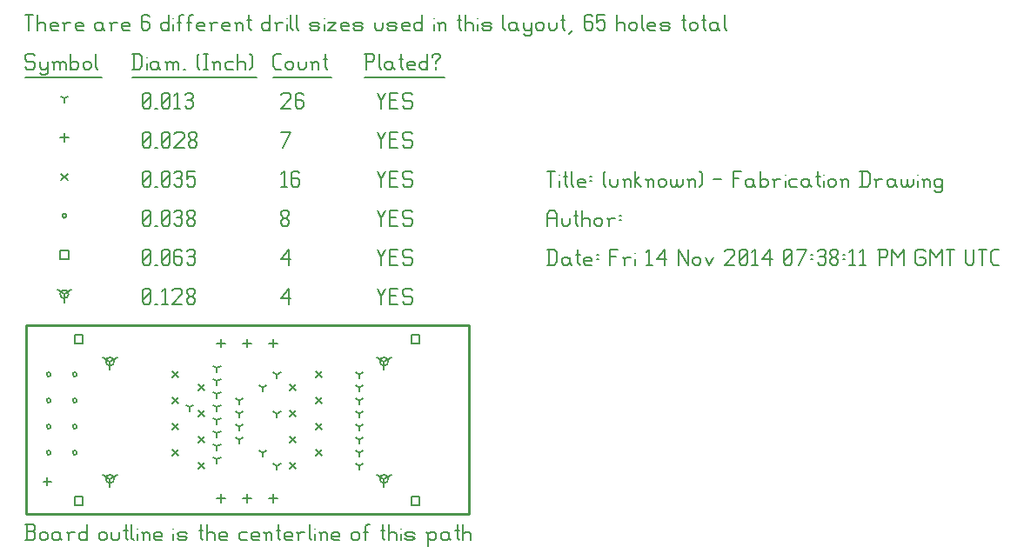
<source format=gbr>
G04 start of page 12 for group -3984 idx -3984 *
G04 Title: (unknown), fab *
G04 Creator: pcb 1.99z *
G04 CreationDate: Fri 14 Nov 2014 07:38:11 PM GMT UTC *
G04 For: commonadmin *
G04 Format: Gerber/RS-274X *
G04 PCB-Dimensions (mil): 1705.00 735.00 *
G04 PCB-Coordinate-Origin: lower left *
%MOIN*%
%FSLAX25Y25*%
%LNFAB*%
%ADD85C,0.0100*%
%ADD84C,0.0075*%
%ADD83C,0.0060*%
%ADD82C,0.0080*%
G54D82*X32508Y58957D02*Y55757D01*
Y58957D02*X35281Y60557D01*
X32508Y58957D02*X29735Y60557D01*
X30908Y58957D02*G75*G03X34108Y58957I1600J0D01*G01*
G75*G03X30908Y58957I-1600J0D01*G01*
X32508Y13957D02*Y10757D01*
Y13957D02*X35281Y15557D01*
X32508Y13957D02*X29735Y15557D01*
X30908Y13957D02*G75*G03X34108Y13957I1600J0D01*G01*
G75*G03X30908Y13957I-1600J0D01*G01*
X137508Y58957D02*Y55757D01*
Y58957D02*X140281Y60557D01*
X137508Y58957D02*X134735Y60557D01*
X135908Y58957D02*G75*G03X139108Y58957I1600J0D01*G01*
G75*G03X135908Y58957I-1600J0D01*G01*
X137508Y13957D02*Y10757D01*
Y13957D02*X140281Y15557D01*
X137508Y13957D02*X134735Y15557D01*
X135908Y13957D02*G75*G03X139108Y13957I1600J0D01*G01*
G75*G03X135908Y13957I-1600J0D01*G01*
X15000Y84750D02*Y81550D01*
Y84750D02*X17773Y86350D01*
X15000Y84750D02*X12227Y86350D01*
X13400Y84750D02*G75*G03X16600Y84750I1600J0D01*G01*
G75*G03X13400Y84750I-1600J0D01*G01*
G54D83*X135000Y87000D02*X136500Y84000D01*
X138000Y87000D01*
X136500Y84000D02*Y81000D01*
X139800Y84300D02*X142050D01*
X139800Y81000D02*X142800D01*
X139800Y87000D02*Y81000D01*
Y87000D02*X142800D01*
X147600D02*X148350Y86250D01*
X145350Y87000D02*X147600D01*
X144600Y86250D02*X145350Y87000D01*
X144600Y86250D02*Y84750D01*
X145350Y84000D01*
X147600D01*
X148350Y83250D01*
Y81750D01*
X147600Y81000D02*X148350Y81750D01*
X145350Y81000D02*X147600D01*
X144600Y81750D02*X145350Y81000D01*
X98000Y83250D02*X101000Y87000D01*
X98000Y83250D02*X101750D01*
X101000Y87000D02*Y81000D01*
X45000Y81750D02*X45750Y81000D01*
X45000Y86250D02*Y81750D01*
Y86250D02*X45750Y87000D01*
X47250D01*
X48000Y86250D01*
Y81750D01*
X47250Y81000D02*X48000Y81750D01*
X45750Y81000D02*X47250D01*
X45000Y82500D02*X48000Y85500D01*
X49800Y81000D02*X50550D01*
X52350Y85800D02*X53550Y87000D01*
Y81000D01*
X52350D02*X54600D01*
X56400Y86250D02*X57150Y87000D01*
X59400D01*
X60150Y86250D01*
Y84750D01*
X56400Y81000D02*X60150Y84750D01*
X56400Y81000D02*X60150D01*
X61950Y81750D02*X62700Y81000D01*
X61950Y82950D02*Y81750D01*
Y82950D02*X63000Y84000D01*
X63900D01*
X64950Y82950D01*
Y81750D01*
X64200Y81000D02*X64950Y81750D01*
X62700Y81000D02*X64200D01*
X61950Y85050D02*X63000Y84000D01*
X61950Y86250D02*Y85050D01*
Y86250D02*X62700Y87000D01*
X64200D01*
X64950Y86250D01*
Y85050D01*
X63900Y84000D02*X64950Y85050D01*
X18900Y69100D02*X22100D01*
X18900D02*Y65900D01*
X22100D01*
Y69100D02*Y65900D01*
X18900Y7092D02*X22100D01*
X18900D02*Y3892D01*
X22100D01*
Y7092D02*Y3892D01*
X147916Y69100D02*X151116D01*
X147916D02*Y65900D01*
X151116D01*
Y69100D02*Y65900D01*
X147916Y7092D02*X151116D01*
X147916D02*Y3892D01*
X151116D01*
Y7092D02*Y3892D01*
X13400Y101350D02*X16600D01*
X13400D02*Y98150D01*
X16600D01*
Y101350D02*Y98150D01*
X135000Y102000D02*X136500Y99000D01*
X138000Y102000D01*
X136500Y99000D02*Y96000D01*
X139800Y99300D02*X142050D01*
X139800Y96000D02*X142800D01*
X139800Y102000D02*Y96000D01*
Y102000D02*X142800D01*
X147600D02*X148350Y101250D01*
X145350Y102000D02*X147600D01*
X144600Y101250D02*X145350Y102000D01*
X144600Y101250D02*Y99750D01*
X145350Y99000D01*
X147600D01*
X148350Y98250D01*
Y96750D01*
X147600Y96000D02*X148350Y96750D01*
X145350Y96000D02*X147600D01*
X144600Y96750D02*X145350Y96000D01*
X98000Y98250D02*X101000Y102000D01*
X98000Y98250D02*X101750D01*
X101000Y102000D02*Y96000D01*
X45000Y96750D02*X45750Y96000D01*
X45000Y101250D02*Y96750D01*
Y101250D02*X45750Y102000D01*
X47250D01*
X48000Y101250D01*
Y96750D01*
X47250Y96000D02*X48000Y96750D01*
X45750Y96000D02*X47250D01*
X45000Y97500D02*X48000Y100500D01*
X49800Y96000D02*X50550D01*
X52350Y96750D02*X53100Y96000D01*
X52350Y101250D02*Y96750D01*
Y101250D02*X53100Y102000D01*
X54600D01*
X55350Y101250D01*
Y96750D01*
X54600Y96000D02*X55350Y96750D01*
X53100Y96000D02*X54600D01*
X52350Y97500D02*X55350Y100500D01*
X59400Y102000D02*X60150Y101250D01*
X57900Y102000D02*X59400D01*
X57150Y101250D02*X57900Y102000D01*
X57150Y101250D02*Y96750D01*
X57900Y96000D01*
X59400Y99300D02*X60150Y98550D01*
X57150Y99300D02*X59400D01*
X57900Y96000D02*X59400D01*
X60150Y96750D01*
Y98550D02*Y96750D01*
X61950Y101250D02*X62700Y102000D01*
X64200D01*
X64950Y101250D01*
X64200Y96000D02*X64950Y96750D01*
X62700Y96000D02*X64200D01*
X61950Y96750D02*X62700Y96000D01*
Y99300D02*X64200D01*
X64950Y101250D02*Y100050D01*
Y98550D02*Y96750D01*
Y98550D02*X64200Y99300D01*
X64950Y100050D02*X64200Y99300D01*
X8208Y53957D02*G75*G03X9808Y53957I800J0D01*G01*
G75*G03X8208Y53957I-800J0D01*G01*
X18208D02*G75*G03X19808Y53957I800J0D01*G01*
G75*G03X18208Y53957I-800J0D01*G01*
X8208Y43957D02*G75*G03X9808Y43957I800J0D01*G01*
G75*G03X8208Y43957I-800J0D01*G01*
X18208D02*G75*G03X19808Y43957I800J0D01*G01*
G75*G03X18208Y43957I-800J0D01*G01*
X8208Y33957D02*G75*G03X9808Y33957I800J0D01*G01*
G75*G03X8208Y33957I-800J0D01*G01*
X18208D02*G75*G03X19808Y33957I800J0D01*G01*
G75*G03X18208Y33957I-800J0D01*G01*
X8208Y23957D02*G75*G03X9808Y23957I800J0D01*G01*
G75*G03X8208Y23957I-800J0D01*G01*
X18208D02*G75*G03X19808Y23957I800J0D01*G01*
G75*G03X18208Y23957I-800J0D01*G01*
X14200Y114750D02*G75*G03X15800Y114750I800J0D01*G01*
G75*G03X14200Y114750I-800J0D01*G01*
X135000Y117000D02*X136500Y114000D01*
X138000Y117000D01*
X136500Y114000D02*Y111000D01*
X139800Y114300D02*X142050D01*
X139800Y111000D02*X142800D01*
X139800Y117000D02*Y111000D01*
Y117000D02*X142800D01*
X147600D02*X148350Y116250D01*
X145350Y117000D02*X147600D01*
X144600Y116250D02*X145350Y117000D01*
X144600Y116250D02*Y114750D01*
X145350Y114000D01*
X147600D01*
X148350Y113250D01*
Y111750D01*
X147600Y111000D02*X148350Y111750D01*
X145350Y111000D02*X147600D01*
X144600Y111750D02*X145350Y111000D01*
X98000Y111750D02*X98750Y111000D01*
X98000Y112950D02*Y111750D01*
Y112950D02*X99050Y114000D01*
X99950D01*
X101000Y112950D01*
Y111750D01*
X100250Y111000D02*X101000Y111750D01*
X98750Y111000D02*X100250D01*
X98000Y115050D02*X99050Y114000D01*
X98000Y116250D02*Y115050D01*
Y116250D02*X98750Y117000D01*
X100250D01*
X101000Y116250D01*
Y115050D01*
X99950Y114000D02*X101000Y115050D01*
X45000Y111750D02*X45750Y111000D01*
X45000Y116250D02*Y111750D01*
Y116250D02*X45750Y117000D01*
X47250D01*
X48000Y116250D01*
Y111750D01*
X47250Y111000D02*X48000Y111750D01*
X45750Y111000D02*X47250D01*
X45000Y112500D02*X48000Y115500D01*
X49800Y111000D02*X50550D01*
X52350Y111750D02*X53100Y111000D01*
X52350Y116250D02*Y111750D01*
Y116250D02*X53100Y117000D01*
X54600D01*
X55350Y116250D01*
Y111750D01*
X54600Y111000D02*X55350Y111750D01*
X53100Y111000D02*X54600D01*
X52350Y112500D02*X55350Y115500D01*
X57150Y116250D02*X57900Y117000D01*
X59400D01*
X60150Y116250D01*
X59400Y111000D02*X60150Y111750D01*
X57900Y111000D02*X59400D01*
X57150Y111750D02*X57900Y111000D01*
Y114300D02*X59400D01*
X60150Y116250D02*Y115050D01*
Y113550D02*Y111750D01*
Y113550D02*X59400Y114300D01*
X60150Y115050D02*X59400Y114300D01*
X61950Y111750D02*X62700Y111000D01*
X61950Y112950D02*Y111750D01*
Y112950D02*X63000Y114000D01*
X63900D01*
X64950Y112950D01*
Y111750D01*
X64200Y111000D02*X64950Y111750D01*
X62700Y111000D02*X64200D01*
X61950Y115050D02*X63000Y114000D01*
X61950Y116250D02*Y115050D01*
Y116250D02*X62700Y117000D01*
X64200D01*
X64950Y116250D01*
Y115050D01*
X63900Y114000D02*X64950Y115050D01*
X66308Y50157D02*X68708Y47757D01*
X66308D02*X68708Y50157D01*
X66308Y40157D02*X68708Y37757D01*
X66308D02*X68708Y40157D01*
X66308Y30157D02*X68708Y27757D01*
X66308D02*X68708Y30157D01*
X66308Y20157D02*X68708Y17757D01*
X66308D02*X68708Y20157D01*
X56308Y55157D02*X58708Y52757D01*
X56308D02*X58708Y55157D01*
X56308Y45157D02*X58708Y42757D01*
X56308D02*X58708Y45157D01*
X56308Y35157D02*X58708Y32757D01*
X56308D02*X58708Y35157D01*
X56308Y25157D02*X58708Y22757D01*
X56308D02*X58708Y25157D01*
X101308Y50157D02*X103708Y47757D01*
X101308D02*X103708Y50157D01*
X101308Y40157D02*X103708Y37757D01*
X101308D02*X103708Y40157D01*
X101308Y30157D02*X103708Y27757D01*
X101308D02*X103708Y30157D01*
X101308Y20157D02*X103708Y17757D01*
X101308D02*X103708Y20157D01*
X111308Y55157D02*X113708Y52757D01*
X111308D02*X113708Y55157D01*
X111308Y45157D02*X113708Y42757D01*
X111308D02*X113708Y45157D01*
X111308Y35157D02*X113708Y32757D01*
X111308D02*X113708Y35157D01*
X111308Y25157D02*X113708Y22757D01*
X111308D02*X113708Y25157D01*
X13800Y130950D02*X16200Y128550D01*
X13800D02*X16200Y130950D01*
X135000Y132000D02*X136500Y129000D01*
X138000Y132000D01*
X136500Y129000D02*Y126000D01*
X139800Y129300D02*X142050D01*
X139800Y126000D02*X142800D01*
X139800Y132000D02*Y126000D01*
Y132000D02*X142800D01*
X147600D02*X148350Y131250D01*
X145350Y132000D02*X147600D01*
X144600Y131250D02*X145350Y132000D01*
X144600Y131250D02*Y129750D01*
X145350Y129000D01*
X147600D01*
X148350Y128250D01*
Y126750D01*
X147600Y126000D02*X148350Y126750D01*
X145350Y126000D02*X147600D01*
X144600Y126750D02*X145350Y126000D01*
X98000Y130800D02*X99200Y132000D01*
Y126000D01*
X98000D02*X100250D01*
X104300Y132000D02*X105050Y131250D01*
X102800Y132000D02*X104300D01*
X102050Y131250D02*X102800Y132000D01*
X102050Y131250D02*Y126750D01*
X102800Y126000D01*
X104300Y129300D02*X105050Y128550D01*
X102050Y129300D02*X104300D01*
X102800Y126000D02*X104300D01*
X105050Y126750D01*
Y128550D02*Y126750D01*
X45000D02*X45750Y126000D01*
X45000Y131250D02*Y126750D01*
Y131250D02*X45750Y132000D01*
X47250D01*
X48000Y131250D01*
Y126750D01*
X47250Y126000D02*X48000Y126750D01*
X45750Y126000D02*X47250D01*
X45000Y127500D02*X48000Y130500D01*
X49800Y126000D02*X50550D01*
X52350Y126750D02*X53100Y126000D01*
X52350Y131250D02*Y126750D01*
Y131250D02*X53100Y132000D01*
X54600D01*
X55350Y131250D01*
Y126750D01*
X54600Y126000D02*X55350Y126750D01*
X53100Y126000D02*X54600D01*
X52350Y127500D02*X55350Y130500D01*
X57150Y131250D02*X57900Y132000D01*
X59400D01*
X60150Y131250D01*
X59400Y126000D02*X60150Y126750D01*
X57900Y126000D02*X59400D01*
X57150Y126750D02*X57900Y126000D01*
Y129300D02*X59400D01*
X60150Y131250D02*Y130050D01*
Y128550D02*Y126750D01*
Y128550D02*X59400Y129300D01*
X60150Y130050D02*X59400Y129300D01*
X61950Y132000D02*X64950D01*
X61950D02*Y129000D01*
X62700Y129750D01*
X64200D01*
X64950Y129000D01*
Y126750D01*
X64200Y126000D02*X64950Y126750D01*
X62700Y126000D02*X64200D01*
X61950Y126750D02*X62700Y126000D01*
X8508Y14557D02*Y11357D01*
X6908Y12957D02*X10108D01*
X75000Y8100D02*Y4900D01*
X73400Y6500D02*X76600D01*
X85000Y8100D02*Y4900D01*
X83400Y6500D02*X86600D01*
X95000Y8100D02*Y4900D01*
X93400Y6500D02*X96600D01*
X75000Y67600D02*Y64400D01*
X73400Y66000D02*X76600D01*
X85000Y67600D02*Y64400D01*
X83400Y66000D02*X86600D01*
X95000Y67600D02*Y64400D01*
X93400Y66000D02*X96600D01*
X15000Y146350D02*Y143150D01*
X13400Y144750D02*X16600D01*
X135000Y147000D02*X136500Y144000D01*
X138000Y147000D01*
X136500Y144000D02*Y141000D01*
X139800Y144300D02*X142050D01*
X139800Y141000D02*X142800D01*
X139800Y147000D02*Y141000D01*
Y147000D02*X142800D01*
X147600D02*X148350Y146250D01*
X145350Y147000D02*X147600D01*
X144600Y146250D02*X145350Y147000D01*
X144600Y146250D02*Y144750D01*
X145350Y144000D01*
X147600D01*
X148350Y143250D01*
Y141750D01*
X147600Y141000D02*X148350Y141750D01*
X145350Y141000D02*X147600D01*
X144600Y141750D02*X145350Y141000D01*
X98750D02*X101750Y147000D01*
X98000D02*X101750D01*
X45000Y141750D02*X45750Y141000D01*
X45000Y146250D02*Y141750D01*
Y146250D02*X45750Y147000D01*
X47250D01*
X48000Y146250D01*
Y141750D01*
X47250Y141000D02*X48000Y141750D01*
X45750Y141000D02*X47250D01*
X45000Y142500D02*X48000Y145500D01*
X49800Y141000D02*X50550D01*
X52350Y141750D02*X53100Y141000D01*
X52350Y146250D02*Y141750D01*
Y146250D02*X53100Y147000D01*
X54600D01*
X55350Y146250D01*
Y141750D01*
X54600Y141000D02*X55350Y141750D01*
X53100Y141000D02*X54600D01*
X52350Y142500D02*X55350Y145500D01*
X57150Y146250D02*X57900Y147000D01*
X60150D01*
X60900Y146250D01*
Y144750D01*
X57150Y141000D02*X60900Y144750D01*
X57150Y141000D02*X60900D01*
X62700Y141750D02*X63450Y141000D01*
X62700Y142950D02*Y141750D01*
Y142950D02*X63750Y144000D01*
X64650D01*
X65700Y142950D01*
Y141750D01*
X64950Y141000D02*X65700Y141750D01*
X63450Y141000D02*X64950D01*
X62700Y145050D02*X63750Y144000D01*
X62700Y146250D02*Y145050D01*
Y146250D02*X63450Y147000D01*
X64950D01*
X65700Y146250D01*
Y145050D01*
X64650Y144000D02*X65700Y145050D01*
X73508Y36457D02*Y34857D01*
Y36457D02*X74895Y37257D01*
X73508Y36457D02*X72121Y37257D01*
X63008Y41457D02*Y39857D01*
Y41457D02*X64395Y42257D01*
X63008Y41457D02*X61621Y42257D01*
X73508Y41457D02*Y39857D01*
Y41457D02*X74895Y42257D01*
X73508Y41457D02*X72121Y42257D01*
X96508Y38957D02*Y37357D01*
Y38957D02*X97895Y39757D01*
X96508Y38957D02*X95121Y39757D01*
X82008Y43957D02*Y42357D01*
Y43957D02*X83395Y44757D01*
X82008Y43957D02*X80621Y44757D01*
X82008Y28957D02*Y27357D01*
Y28957D02*X83395Y29757D01*
X82008Y28957D02*X80621Y29757D01*
X82008Y33957D02*Y32357D01*
Y33957D02*X83395Y34757D01*
X82008Y33957D02*X80621Y34757D01*
X82008Y38957D02*Y37357D01*
Y38957D02*X83395Y39757D01*
X82008Y38957D02*X80621Y39757D01*
X91008Y48957D02*Y47357D01*
Y48957D02*X92395Y49757D01*
X91008Y48957D02*X89621Y49757D01*
X91008Y23957D02*Y22357D01*
Y23957D02*X92395Y24757D01*
X91008Y23957D02*X89621Y24757D01*
X96508Y18957D02*Y17357D01*
Y18957D02*X97895Y19757D01*
X96508Y18957D02*X95121Y19757D01*
X96508Y53957D02*Y52357D01*
Y53957D02*X97895Y54757D01*
X96508Y53957D02*X95121Y54757D01*
X73508Y46457D02*Y44857D01*
Y46457D02*X74895Y47257D01*
X73508Y46457D02*X72121Y47257D01*
X73508Y51457D02*Y49857D01*
Y51457D02*X74895Y52257D01*
X73508Y51457D02*X72121Y52257D01*
X73508Y56457D02*Y54857D01*
Y56457D02*X74895Y57257D01*
X73508Y56457D02*X72121Y57257D01*
X73508Y26457D02*Y24857D01*
Y26457D02*X74895Y27257D01*
X73508Y26457D02*X72121Y27257D01*
X73508Y21457D02*Y19857D01*
Y21457D02*X74895Y22257D01*
X73508Y21457D02*X72121Y22257D01*
X73508Y31457D02*Y29857D01*
Y31457D02*X74895Y32257D01*
X73508Y31457D02*X72121Y32257D01*
X128008Y53957D02*Y52357D01*
Y53957D02*X129395Y54757D01*
X128008Y53957D02*X126621Y54757D01*
X128008Y48957D02*Y47357D01*
Y48957D02*X129395Y49757D01*
X128008Y48957D02*X126621Y49757D01*
X128008Y43957D02*Y42357D01*
Y43957D02*X129395Y44757D01*
X128008Y43957D02*X126621Y44757D01*
X128008Y38957D02*Y37357D01*
Y38957D02*X129395Y39757D01*
X128008Y38957D02*X126621Y39757D01*
X128008Y33957D02*Y32357D01*
Y33957D02*X129395Y34757D01*
X128008Y33957D02*X126621Y34757D01*
X128008Y28957D02*Y27357D01*
Y28957D02*X129395Y29757D01*
X128008Y28957D02*X126621Y29757D01*
X128008Y23957D02*Y22357D01*
Y23957D02*X129395Y24757D01*
X128008Y23957D02*X126621Y24757D01*
X128008Y18957D02*Y17357D01*
Y18957D02*X129395Y19757D01*
X128008Y18957D02*X126621Y19757D01*
X15000Y159750D02*Y158150D01*
Y159750D02*X16387Y160550D01*
X15000Y159750D02*X13613Y160550D01*
X135000Y162000D02*X136500Y159000D01*
X138000Y162000D01*
X136500Y159000D02*Y156000D01*
X139800Y159300D02*X142050D01*
X139800Y156000D02*X142800D01*
X139800Y162000D02*Y156000D01*
Y162000D02*X142800D01*
X147600D02*X148350Y161250D01*
X145350Y162000D02*X147600D01*
X144600Y161250D02*X145350Y162000D01*
X144600Y161250D02*Y159750D01*
X145350Y159000D01*
X147600D01*
X148350Y158250D01*
Y156750D01*
X147600Y156000D02*X148350Y156750D01*
X145350Y156000D02*X147600D01*
X144600Y156750D02*X145350Y156000D01*
X98000Y161250D02*X98750Y162000D01*
X101000D01*
X101750Y161250D01*
Y159750D01*
X98000Y156000D02*X101750Y159750D01*
X98000Y156000D02*X101750D01*
X105800Y162000D02*X106550Y161250D01*
X104300Y162000D02*X105800D01*
X103550Y161250D02*X104300Y162000D01*
X103550Y161250D02*Y156750D01*
X104300Y156000D01*
X105800Y159300D02*X106550Y158550D01*
X103550Y159300D02*X105800D01*
X104300Y156000D02*X105800D01*
X106550Y156750D01*
Y158550D02*Y156750D01*
X45000D02*X45750Y156000D01*
X45000Y161250D02*Y156750D01*
Y161250D02*X45750Y162000D01*
X47250D01*
X48000Y161250D01*
Y156750D01*
X47250Y156000D02*X48000Y156750D01*
X45750Y156000D02*X47250D01*
X45000Y157500D02*X48000Y160500D01*
X49800Y156000D02*X50550D01*
X52350Y156750D02*X53100Y156000D01*
X52350Y161250D02*Y156750D01*
Y161250D02*X53100Y162000D01*
X54600D01*
X55350Y161250D01*
Y156750D01*
X54600Y156000D02*X55350Y156750D01*
X53100Y156000D02*X54600D01*
X52350Y157500D02*X55350Y160500D01*
X57150Y160800D02*X58350Y162000D01*
Y156000D01*
X57150D02*X59400D01*
X61200Y161250D02*X61950Y162000D01*
X63450D01*
X64200Y161250D01*
X63450Y156000D02*X64200Y156750D01*
X61950Y156000D02*X63450D01*
X61200Y156750D02*X61950Y156000D01*
Y159300D02*X63450D01*
X64200Y161250D02*Y160050D01*
Y158550D02*Y156750D01*
Y158550D02*X63450Y159300D01*
X64200Y160050D02*X63450Y159300D01*
X3000Y177000D02*X3750Y176250D01*
X750Y177000D02*X3000D01*
X0Y176250D02*X750Y177000D01*
X0Y176250D02*Y174750D01*
X750Y174000D01*
X3000D01*
X3750Y173250D01*
Y171750D01*
X3000Y171000D02*X3750Y171750D01*
X750Y171000D02*X3000D01*
X0Y171750D02*X750Y171000D01*
X5550Y174000D02*Y171750D01*
X6300Y171000D01*
X8550Y174000D02*Y169500D01*
X7800Y168750D02*X8550Y169500D01*
X6300Y168750D02*X7800D01*
X5550Y169500D02*X6300Y168750D01*
Y171000D02*X7800D01*
X8550Y171750D01*
X11100Y173250D02*Y171000D01*
Y173250D02*X11850Y174000D01*
X12600D01*
X13350Y173250D01*
Y171000D01*
Y173250D02*X14100Y174000D01*
X14850D01*
X15600Y173250D01*
Y171000D01*
X10350Y174000D02*X11100Y173250D01*
X17400Y177000D02*Y171000D01*
Y171750D02*X18150Y171000D01*
X19650D01*
X20400Y171750D01*
Y173250D02*Y171750D01*
X19650Y174000D02*X20400Y173250D01*
X18150Y174000D02*X19650D01*
X17400Y173250D02*X18150Y174000D01*
X22200Y173250D02*Y171750D01*
Y173250D02*X22950Y174000D01*
X24450D01*
X25200Y173250D01*
Y171750D01*
X24450Y171000D02*X25200Y171750D01*
X22950Y171000D02*X24450D01*
X22200Y171750D02*X22950Y171000D01*
X27000Y177000D02*Y171750D01*
X27750Y171000D01*
X0Y167750D02*X29250D01*
X41750Y177000D02*Y171000D01*
X43700Y177000D02*X44750Y175950D01*
Y172050D01*
X43700Y171000D02*X44750Y172050D01*
X41000Y171000D02*X43700D01*
X41000Y177000D02*X43700D01*
G54D84*X46550Y175500D02*Y175350D01*
G54D83*Y173250D02*Y171000D01*
X50300Y174000D02*X51050Y173250D01*
X48800Y174000D02*X50300D01*
X48050Y173250D02*X48800Y174000D01*
X48050Y173250D02*Y171750D01*
X48800Y171000D01*
X51050Y174000D02*Y171750D01*
X51800Y171000D01*
X48800D02*X50300D01*
X51050Y171750D01*
X54350Y173250D02*Y171000D01*
Y173250D02*X55100Y174000D01*
X55850D01*
X56600Y173250D01*
Y171000D01*
Y173250D02*X57350Y174000D01*
X58100D01*
X58850Y173250D01*
Y171000D01*
X53600Y174000D02*X54350Y173250D01*
X60650Y171000D02*X61400D01*
X65900Y171750D02*X66650Y171000D01*
X65900Y176250D02*X66650Y177000D01*
X65900Y176250D02*Y171750D01*
X68450Y177000D02*X69950D01*
X69200D02*Y171000D01*
X68450D02*X69950D01*
X72500Y173250D02*Y171000D01*
Y173250D02*X73250Y174000D01*
X74000D01*
X74750Y173250D01*
Y171000D01*
X71750Y174000D02*X72500Y173250D01*
X77300Y174000D02*X79550D01*
X76550Y173250D02*X77300Y174000D01*
X76550Y173250D02*Y171750D01*
X77300Y171000D01*
X79550D01*
X81350Y177000D02*Y171000D01*
Y173250D02*X82100Y174000D01*
X83600D01*
X84350Y173250D01*
Y171000D01*
X86150Y177000D02*X86900Y176250D01*
Y171750D01*
X86150Y171000D02*X86900Y171750D01*
X41000Y167750D02*X88700D01*
X96050Y171000D02*X98000D01*
X95000Y172050D02*X96050Y171000D01*
X95000Y175950D02*Y172050D01*
Y175950D02*X96050Y177000D01*
X98000D01*
X99800Y173250D02*Y171750D01*
Y173250D02*X100550Y174000D01*
X102050D01*
X102800Y173250D01*
Y171750D01*
X102050Y171000D02*X102800Y171750D01*
X100550Y171000D02*X102050D01*
X99800Y171750D02*X100550Y171000D01*
X104600Y174000D02*Y171750D01*
X105350Y171000D01*
X106850D01*
X107600Y171750D01*
Y174000D02*Y171750D01*
X110150Y173250D02*Y171000D01*
Y173250D02*X110900Y174000D01*
X111650D01*
X112400Y173250D01*
Y171000D01*
X109400Y174000D02*X110150Y173250D01*
X114950Y177000D02*Y171750D01*
X115700Y171000D01*
X114200Y174750D02*X115700D01*
X95000Y167750D02*X117200D01*
X130750Y177000D02*Y171000D01*
X130000Y177000D02*X133000D01*
X133750Y176250D01*
Y174750D01*
X133000Y174000D02*X133750Y174750D01*
X130750Y174000D02*X133000D01*
X135550Y177000D02*Y171750D01*
X136300Y171000D01*
X140050Y174000D02*X140800Y173250D01*
X138550Y174000D02*X140050D01*
X137800Y173250D02*X138550Y174000D01*
X137800Y173250D02*Y171750D01*
X138550Y171000D01*
X140800Y174000D02*Y171750D01*
X141550Y171000D01*
X138550D02*X140050D01*
X140800Y171750D01*
X144100Y177000D02*Y171750D01*
X144850Y171000D01*
X143350Y174750D02*X144850D01*
X147100Y171000D02*X149350D01*
X146350Y171750D02*X147100Y171000D01*
X146350Y173250D02*Y171750D01*
Y173250D02*X147100Y174000D01*
X148600D01*
X149350Y173250D01*
X146350Y172500D02*X149350D01*
Y173250D02*Y172500D01*
X154150Y177000D02*Y171000D01*
X153400D02*X154150Y171750D01*
X151900Y171000D02*X153400D01*
X151150Y171750D02*X151900Y171000D01*
X151150Y173250D02*Y171750D01*
Y173250D02*X151900Y174000D01*
X153400D01*
X154150Y173250D01*
X157450Y174000D02*Y173250D01*
Y171750D02*Y171000D01*
X155950Y176250D02*Y175500D01*
Y176250D02*X156700Y177000D01*
X158200D01*
X158950Y176250D01*
Y175500D01*
X157450Y174000D02*X158950Y175500D01*
X130000Y167750D02*X160750D01*
X0Y192000D02*X3000D01*
X1500D02*Y186000D01*
X4800Y192000D02*Y186000D01*
Y188250D02*X5550Y189000D01*
X7050D01*
X7800Y188250D01*
Y186000D01*
X10350D02*X12600D01*
X9600Y186750D02*X10350Y186000D01*
X9600Y188250D02*Y186750D01*
Y188250D02*X10350Y189000D01*
X11850D01*
X12600Y188250D01*
X9600Y187500D02*X12600D01*
Y188250D02*Y187500D01*
X15150Y188250D02*Y186000D01*
Y188250D02*X15900Y189000D01*
X17400D01*
X14400D02*X15150Y188250D01*
X19950Y186000D02*X22200D01*
X19200Y186750D02*X19950Y186000D01*
X19200Y188250D02*Y186750D01*
Y188250D02*X19950Y189000D01*
X21450D01*
X22200Y188250D01*
X19200Y187500D02*X22200D01*
Y188250D02*Y187500D01*
X28950Y189000D02*X29700Y188250D01*
X27450Y189000D02*X28950D01*
X26700Y188250D02*X27450Y189000D01*
X26700Y188250D02*Y186750D01*
X27450Y186000D01*
X29700Y189000D02*Y186750D01*
X30450Y186000D01*
X27450D02*X28950D01*
X29700Y186750D01*
X33000Y188250D02*Y186000D01*
Y188250D02*X33750Y189000D01*
X35250D01*
X32250D02*X33000Y188250D01*
X37800Y186000D02*X40050D01*
X37050Y186750D02*X37800Y186000D01*
X37050Y188250D02*Y186750D01*
Y188250D02*X37800Y189000D01*
X39300D01*
X40050Y188250D01*
X37050Y187500D02*X40050D01*
Y188250D02*Y187500D01*
X46800Y192000D02*X47550Y191250D01*
X45300Y192000D02*X46800D01*
X44550Y191250D02*X45300Y192000D01*
X44550Y191250D02*Y186750D01*
X45300Y186000D01*
X46800Y189300D02*X47550Y188550D01*
X44550Y189300D02*X46800D01*
X45300Y186000D02*X46800D01*
X47550Y186750D01*
Y188550D02*Y186750D01*
X55050Y192000D02*Y186000D01*
X54300D02*X55050Y186750D01*
X52800Y186000D02*X54300D01*
X52050Y186750D02*X52800Y186000D01*
X52050Y188250D02*Y186750D01*
Y188250D02*X52800Y189000D01*
X54300D01*
X55050Y188250D01*
G54D84*X56850Y190500D02*Y190350D01*
G54D83*Y188250D02*Y186000D01*
X59100Y191250D02*Y186000D01*
Y191250D02*X59850Y192000D01*
X60600D01*
X58350Y189000D02*X59850D01*
X62850Y191250D02*Y186000D01*
Y191250D02*X63600Y192000D01*
X64350D01*
X62100Y189000D02*X63600D01*
X66600Y186000D02*X68850D01*
X65850Y186750D02*X66600Y186000D01*
X65850Y188250D02*Y186750D01*
Y188250D02*X66600Y189000D01*
X68100D01*
X68850Y188250D01*
X65850Y187500D02*X68850D01*
Y188250D02*Y187500D01*
X71400Y188250D02*Y186000D01*
Y188250D02*X72150Y189000D01*
X73650D01*
X70650D02*X71400Y188250D01*
X76200Y186000D02*X78450D01*
X75450Y186750D02*X76200Y186000D01*
X75450Y188250D02*Y186750D01*
Y188250D02*X76200Y189000D01*
X77700D01*
X78450Y188250D01*
X75450Y187500D02*X78450D01*
Y188250D02*Y187500D01*
X81000Y188250D02*Y186000D01*
Y188250D02*X81750Y189000D01*
X82500D01*
X83250Y188250D01*
Y186000D01*
X80250Y189000D02*X81000Y188250D01*
X85800Y192000D02*Y186750D01*
X86550Y186000D01*
X85050Y189750D02*X86550D01*
X93750Y192000D02*Y186000D01*
X93000D02*X93750Y186750D01*
X91500Y186000D02*X93000D01*
X90750Y186750D02*X91500Y186000D01*
X90750Y188250D02*Y186750D01*
Y188250D02*X91500Y189000D01*
X93000D01*
X93750Y188250D01*
X96300D02*Y186000D01*
Y188250D02*X97050Y189000D01*
X98550D01*
X95550D02*X96300Y188250D01*
G54D84*X100350Y190500D02*Y190350D01*
G54D83*Y188250D02*Y186000D01*
X101850Y192000D02*Y186750D01*
X102600Y186000D01*
X104100Y192000D02*Y186750D01*
X104850Y186000D01*
X109800D02*X112050D01*
X112800Y186750D01*
X112050Y187500D02*X112800Y186750D01*
X109800Y187500D02*X112050D01*
X109050Y188250D02*X109800Y187500D01*
X109050Y188250D02*X109800Y189000D01*
X112050D01*
X112800Y188250D01*
X109050Y186750D02*X109800Y186000D01*
G54D84*X114600Y190500D02*Y190350D01*
G54D83*Y188250D02*Y186000D01*
X116100Y189000D02*X119100D01*
X116100Y186000D02*X119100Y189000D01*
X116100Y186000D02*X119100D01*
X121650D02*X123900D01*
X120900Y186750D02*X121650Y186000D01*
X120900Y188250D02*Y186750D01*
Y188250D02*X121650Y189000D01*
X123150D01*
X123900Y188250D01*
X120900Y187500D02*X123900D01*
Y188250D02*Y187500D01*
X126450Y186000D02*X128700D01*
X129450Y186750D01*
X128700Y187500D02*X129450Y186750D01*
X126450Y187500D02*X128700D01*
X125700Y188250D02*X126450Y187500D01*
X125700Y188250D02*X126450Y189000D01*
X128700D01*
X129450Y188250D01*
X125700Y186750D02*X126450Y186000D01*
X133950Y189000D02*Y186750D01*
X134700Y186000D01*
X136200D01*
X136950Y186750D01*
Y189000D02*Y186750D01*
X139500Y186000D02*X141750D01*
X142500Y186750D01*
X141750Y187500D02*X142500Y186750D01*
X139500Y187500D02*X141750D01*
X138750Y188250D02*X139500Y187500D01*
X138750Y188250D02*X139500Y189000D01*
X141750D01*
X142500Y188250D01*
X138750Y186750D02*X139500Y186000D01*
X145050D02*X147300D01*
X144300Y186750D02*X145050Y186000D01*
X144300Y188250D02*Y186750D01*
Y188250D02*X145050Y189000D01*
X146550D01*
X147300Y188250D01*
X144300Y187500D02*X147300D01*
Y188250D02*Y187500D01*
X152100Y192000D02*Y186000D01*
X151350D02*X152100Y186750D01*
X149850Y186000D02*X151350D01*
X149100Y186750D02*X149850Y186000D01*
X149100Y188250D02*Y186750D01*
Y188250D02*X149850Y189000D01*
X151350D01*
X152100Y188250D01*
G54D84*X156600Y190500D02*Y190350D01*
G54D83*Y188250D02*Y186000D01*
X158850Y188250D02*Y186000D01*
Y188250D02*X159600Y189000D01*
X160350D01*
X161100Y188250D01*
Y186000D01*
X158100Y189000D02*X158850Y188250D01*
X166350Y192000D02*Y186750D01*
X167100Y186000D01*
X165600Y189750D02*X167100D01*
X168600Y192000D02*Y186000D01*
Y188250D02*X169350Y189000D01*
X170850D01*
X171600Y188250D01*
Y186000D01*
G54D84*X173400Y190500D02*Y190350D01*
G54D83*Y188250D02*Y186000D01*
X175650D02*X177900D01*
X178650Y186750D01*
X177900Y187500D02*X178650Y186750D01*
X175650Y187500D02*X177900D01*
X174900Y188250D02*X175650Y187500D01*
X174900Y188250D02*X175650Y189000D01*
X177900D01*
X178650Y188250D01*
X174900Y186750D02*X175650Y186000D01*
X183150Y192000D02*Y186750D01*
X183900Y186000D01*
X187650Y189000D02*X188400Y188250D01*
X186150Y189000D02*X187650D01*
X185400Y188250D02*X186150Y189000D01*
X185400Y188250D02*Y186750D01*
X186150Y186000D01*
X188400Y189000D02*Y186750D01*
X189150Y186000D01*
X186150D02*X187650D01*
X188400Y186750D01*
X190950Y189000D02*Y186750D01*
X191700Y186000D01*
X193950Y189000D02*Y184500D01*
X193200Y183750D02*X193950Y184500D01*
X191700Y183750D02*X193200D01*
X190950Y184500D02*X191700Y183750D01*
Y186000D02*X193200D01*
X193950Y186750D01*
X195750Y188250D02*Y186750D01*
Y188250D02*X196500Y189000D01*
X198000D01*
X198750Y188250D01*
Y186750D01*
X198000Y186000D02*X198750Y186750D01*
X196500Y186000D02*X198000D01*
X195750Y186750D02*X196500Y186000D01*
X200550Y189000D02*Y186750D01*
X201300Y186000D01*
X202800D01*
X203550Y186750D01*
Y189000D02*Y186750D01*
X206100Y192000D02*Y186750D01*
X206850Y186000D01*
X205350Y189750D02*X206850D01*
X208350Y184500D02*X209850Y186000D01*
X216600Y192000D02*X217350Y191250D01*
X215100Y192000D02*X216600D01*
X214350Y191250D02*X215100Y192000D01*
X214350Y191250D02*Y186750D01*
X215100Y186000D01*
X216600Y189300D02*X217350Y188550D01*
X214350Y189300D02*X216600D01*
X215100Y186000D02*X216600D01*
X217350Y186750D01*
Y188550D02*Y186750D01*
X219150Y192000D02*X222150D01*
X219150D02*Y189000D01*
X219900Y189750D01*
X221400D01*
X222150Y189000D01*
Y186750D01*
X221400Y186000D02*X222150Y186750D01*
X219900Y186000D02*X221400D01*
X219150Y186750D02*X219900Y186000D01*
X226650Y192000D02*Y186000D01*
Y188250D02*X227400Y189000D01*
X228900D01*
X229650Y188250D01*
Y186000D01*
X231450Y188250D02*Y186750D01*
Y188250D02*X232200Y189000D01*
X233700D01*
X234450Y188250D01*
Y186750D01*
X233700Y186000D02*X234450Y186750D01*
X232200Y186000D02*X233700D01*
X231450Y186750D02*X232200Y186000D01*
X236250Y192000D02*Y186750D01*
X237000Y186000D01*
X239250D02*X241500D01*
X238500Y186750D02*X239250Y186000D01*
X238500Y188250D02*Y186750D01*
Y188250D02*X239250Y189000D01*
X240750D01*
X241500Y188250D01*
X238500Y187500D02*X241500D01*
Y188250D02*Y187500D01*
X244050Y186000D02*X246300D01*
X247050Y186750D01*
X246300Y187500D02*X247050Y186750D01*
X244050Y187500D02*X246300D01*
X243300Y188250D02*X244050Y187500D01*
X243300Y188250D02*X244050Y189000D01*
X246300D01*
X247050Y188250D01*
X243300Y186750D02*X244050Y186000D01*
X252300Y192000D02*Y186750D01*
X253050Y186000D01*
X251550Y189750D02*X253050D01*
X254550Y188250D02*Y186750D01*
Y188250D02*X255300Y189000D01*
X256800D01*
X257550Y188250D01*
Y186750D01*
X256800Y186000D02*X257550Y186750D01*
X255300Y186000D02*X256800D01*
X254550Y186750D02*X255300Y186000D01*
X260100Y192000D02*Y186750D01*
X260850Y186000D01*
X259350Y189750D02*X260850D01*
X264600Y189000D02*X265350Y188250D01*
X263100Y189000D02*X264600D01*
X262350Y188250D02*X263100Y189000D01*
X262350Y188250D02*Y186750D01*
X263100Y186000D01*
X265350Y189000D02*Y186750D01*
X266100Y186000D01*
X263100D02*X264600D01*
X265350Y186750D01*
X267900Y192000D02*Y186750D01*
X268650Y186000D01*
G54D85*X508Y457D02*X170008D01*
Y72957D01*
X508D01*
Y457D01*
G54D83*X0Y-9500D02*X3000D01*
X3750Y-8750D01*
Y-6950D02*Y-8750D01*
X3000Y-6200D02*X3750Y-6950D01*
X750Y-6200D02*X3000D01*
X750Y-3500D02*Y-9500D01*
X0Y-3500D02*X3000D01*
X3750Y-4250D01*
Y-5450D01*
X3000Y-6200D02*X3750Y-5450D01*
X5550Y-7250D02*Y-8750D01*
Y-7250D02*X6300Y-6500D01*
X7800D01*
X8550Y-7250D01*
Y-8750D01*
X7800Y-9500D02*X8550Y-8750D01*
X6300Y-9500D02*X7800D01*
X5550Y-8750D02*X6300Y-9500D01*
X12600Y-6500D02*X13350Y-7250D01*
X11100Y-6500D02*X12600D01*
X10350Y-7250D02*X11100Y-6500D01*
X10350Y-7250D02*Y-8750D01*
X11100Y-9500D01*
X13350Y-6500D02*Y-8750D01*
X14100Y-9500D01*
X11100D02*X12600D01*
X13350Y-8750D01*
X16650Y-7250D02*Y-9500D01*
Y-7250D02*X17400Y-6500D01*
X18900D01*
X15900D02*X16650Y-7250D01*
X23700Y-3500D02*Y-9500D01*
X22950D02*X23700Y-8750D01*
X21450Y-9500D02*X22950D01*
X20700Y-8750D02*X21450Y-9500D01*
X20700Y-7250D02*Y-8750D01*
Y-7250D02*X21450Y-6500D01*
X22950D01*
X23700Y-7250D01*
X28200D02*Y-8750D01*
Y-7250D02*X28950Y-6500D01*
X30450D01*
X31200Y-7250D01*
Y-8750D01*
X30450Y-9500D02*X31200Y-8750D01*
X28950Y-9500D02*X30450D01*
X28200Y-8750D02*X28950Y-9500D01*
X33000Y-6500D02*Y-8750D01*
X33750Y-9500D01*
X35250D01*
X36000Y-8750D01*
Y-6500D02*Y-8750D01*
X38550Y-3500D02*Y-8750D01*
X39300Y-9500D01*
X37800Y-5750D02*X39300D01*
X40800Y-3500D02*Y-8750D01*
X41550Y-9500D01*
G54D84*X43050Y-5000D02*Y-5150D01*
G54D83*Y-7250D02*Y-9500D01*
X45300Y-7250D02*Y-9500D01*
Y-7250D02*X46050Y-6500D01*
X46800D01*
X47550Y-7250D01*
Y-9500D01*
X44550Y-6500D02*X45300Y-7250D01*
X50100Y-9500D02*X52350D01*
X49350Y-8750D02*X50100Y-9500D01*
X49350Y-7250D02*Y-8750D01*
Y-7250D02*X50100Y-6500D01*
X51600D01*
X52350Y-7250D01*
X49350Y-8000D02*X52350D01*
Y-7250D02*Y-8000D01*
G54D84*X56850Y-5000D02*Y-5150D01*
G54D83*Y-7250D02*Y-9500D01*
X59100D02*X61350D01*
X62100Y-8750D01*
X61350Y-8000D02*X62100Y-8750D01*
X59100Y-8000D02*X61350D01*
X58350Y-7250D02*X59100Y-8000D01*
X58350Y-7250D02*X59100Y-6500D01*
X61350D01*
X62100Y-7250D01*
X58350Y-8750D02*X59100Y-9500D01*
X67350Y-3500D02*Y-8750D01*
X68100Y-9500D01*
X66600Y-5750D02*X68100D01*
X69600Y-3500D02*Y-9500D01*
Y-7250D02*X70350Y-6500D01*
X71850D01*
X72600Y-7250D01*
Y-9500D01*
X75150D02*X77400D01*
X74400Y-8750D02*X75150Y-9500D01*
X74400Y-7250D02*Y-8750D01*
Y-7250D02*X75150Y-6500D01*
X76650D01*
X77400Y-7250D01*
X74400Y-8000D02*X77400D01*
Y-7250D02*Y-8000D01*
X82650Y-6500D02*X84900D01*
X81900Y-7250D02*X82650Y-6500D01*
X81900Y-7250D02*Y-8750D01*
X82650Y-9500D01*
X84900D01*
X87450D02*X89700D01*
X86700Y-8750D02*X87450Y-9500D01*
X86700Y-7250D02*Y-8750D01*
Y-7250D02*X87450Y-6500D01*
X88950D01*
X89700Y-7250D01*
X86700Y-8000D02*X89700D01*
Y-7250D02*Y-8000D01*
X92250Y-7250D02*Y-9500D01*
Y-7250D02*X93000Y-6500D01*
X93750D01*
X94500Y-7250D01*
Y-9500D01*
X91500Y-6500D02*X92250Y-7250D01*
X97050Y-3500D02*Y-8750D01*
X97800Y-9500D01*
X96300Y-5750D02*X97800D01*
X100050Y-9500D02*X102300D01*
X99300Y-8750D02*X100050Y-9500D01*
X99300Y-7250D02*Y-8750D01*
Y-7250D02*X100050Y-6500D01*
X101550D01*
X102300Y-7250D01*
X99300Y-8000D02*X102300D01*
Y-7250D02*Y-8000D01*
X104850Y-7250D02*Y-9500D01*
Y-7250D02*X105600Y-6500D01*
X107100D01*
X104100D02*X104850Y-7250D01*
X108900Y-3500D02*Y-8750D01*
X109650Y-9500D01*
G54D84*X111150Y-5000D02*Y-5150D01*
G54D83*Y-7250D02*Y-9500D01*
X113400Y-7250D02*Y-9500D01*
Y-7250D02*X114150Y-6500D01*
X114900D01*
X115650Y-7250D01*
Y-9500D01*
X112650Y-6500D02*X113400Y-7250D01*
X118200Y-9500D02*X120450D01*
X117450Y-8750D02*X118200Y-9500D01*
X117450Y-7250D02*Y-8750D01*
Y-7250D02*X118200Y-6500D01*
X119700D01*
X120450Y-7250D01*
X117450Y-8000D02*X120450D01*
Y-7250D02*Y-8000D01*
X124950Y-7250D02*Y-8750D01*
Y-7250D02*X125700Y-6500D01*
X127200D01*
X127950Y-7250D01*
Y-8750D01*
X127200Y-9500D02*X127950Y-8750D01*
X125700Y-9500D02*X127200D01*
X124950Y-8750D02*X125700Y-9500D01*
X130500Y-4250D02*Y-9500D01*
Y-4250D02*X131250Y-3500D01*
X132000D01*
X129750Y-6500D02*X131250D01*
X136950Y-3500D02*Y-8750D01*
X137700Y-9500D01*
X136200Y-5750D02*X137700D01*
X139200Y-3500D02*Y-9500D01*
Y-7250D02*X139950Y-6500D01*
X141450D01*
X142200Y-7250D01*
Y-9500D01*
G54D84*X144000Y-5000D02*Y-5150D01*
G54D83*Y-7250D02*Y-9500D01*
X146250D02*X148500D01*
X149250Y-8750D01*
X148500Y-8000D02*X149250Y-8750D01*
X146250Y-8000D02*X148500D01*
X145500Y-7250D02*X146250Y-8000D01*
X145500Y-7250D02*X146250Y-6500D01*
X148500D01*
X149250Y-7250D01*
X145500Y-8750D02*X146250Y-9500D01*
X154500Y-7250D02*Y-11750D01*
X153750Y-6500D02*X154500Y-7250D01*
X155250Y-6500D01*
X156750D01*
X157500Y-7250D01*
Y-8750D01*
X156750Y-9500D02*X157500Y-8750D01*
X155250Y-9500D02*X156750D01*
X154500Y-8750D02*X155250Y-9500D01*
X161550Y-6500D02*X162300Y-7250D01*
X160050Y-6500D02*X161550D01*
X159300Y-7250D02*X160050Y-6500D01*
X159300Y-7250D02*Y-8750D01*
X160050Y-9500D01*
X162300Y-6500D02*Y-8750D01*
X163050Y-9500D01*
X160050D02*X161550D01*
X162300Y-8750D01*
X165600Y-3500D02*Y-8750D01*
X166350Y-9500D01*
X164850Y-5750D02*X166350D01*
X167850Y-3500D02*Y-9500D01*
Y-7250D02*X168600Y-6500D01*
X170100D01*
X170850Y-7250D01*
Y-9500D01*
X200750Y102000D02*Y96000D01*
X202700Y102000D02*X203750Y100950D01*
Y97050D01*
X202700Y96000D02*X203750Y97050D01*
X200000Y96000D02*X202700D01*
X200000Y102000D02*X202700D01*
X207800Y99000D02*X208550Y98250D01*
X206300Y99000D02*X207800D01*
X205550Y98250D02*X206300Y99000D01*
X205550Y98250D02*Y96750D01*
X206300Y96000D01*
X208550Y99000D02*Y96750D01*
X209300Y96000D01*
X206300D02*X207800D01*
X208550Y96750D01*
X211850Y102000D02*Y96750D01*
X212600Y96000D01*
X211100Y99750D02*X212600D01*
X214850Y96000D02*X217100D01*
X214100Y96750D02*X214850Y96000D01*
X214100Y98250D02*Y96750D01*
Y98250D02*X214850Y99000D01*
X216350D01*
X217100Y98250D01*
X214100Y97500D02*X217100D01*
Y98250D02*Y97500D01*
X218900Y99750D02*X219650D01*
X218900Y98250D02*X219650D01*
X224150Y102000D02*Y96000D01*
Y102000D02*X227150D01*
X224150Y99300D02*X226400D01*
X229700Y98250D02*Y96000D01*
Y98250D02*X230450Y99000D01*
X231950D01*
X228950D02*X229700Y98250D01*
G54D84*X233750Y100500D02*Y100350D01*
G54D83*Y98250D02*Y96000D01*
X237950Y100800D02*X239150Y102000D01*
Y96000D01*
X237950D02*X240200D01*
X242000Y98250D02*X245000Y102000D01*
X242000Y98250D02*X245750D01*
X245000Y102000D02*Y96000D01*
X250250Y102000D02*Y96000D01*
Y102000D02*X254000Y96000D01*
Y102000D02*Y96000D01*
X255800Y98250D02*Y96750D01*
Y98250D02*X256550Y99000D01*
X258050D01*
X258800Y98250D01*
Y96750D01*
X258050Y96000D02*X258800Y96750D01*
X256550Y96000D02*X258050D01*
X255800Y96750D02*X256550Y96000D01*
X260600Y99000D02*X262100Y96000D01*
X263600Y99000D02*X262100Y96000D01*
X268100Y101250D02*X268850Y102000D01*
X271100D01*
X271850Y101250D01*
Y99750D01*
X268100Y96000D02*X271850Y99750D01*
X268100Y96000D02*X271850D01*
X273650Y96750D02*X274400Y96000D01*
X273650Y101250D02*Y96750D01*
Y101250D02*X274400Y102000D01*
X275900D01*
X276650Y101250D01*
Y96750D01*
X275900Y96000D02*X276650Y96750D01*
X274400Y96000D02*X275900D01*
X273650Y97500D02*X276650Y100500D01*
X278450Y100800D02*X279650Y102000D01*
Y96000D01*
X278450D02*X280700D01*
X282500Y98250D02*X285500Y102000D01*
X282500Y98250D02*X286250D01*
X285500Y102000D02*Y96000D01*
X290750Y96750D02*X291500Y96000D01*
X290750Y101250D02*Y96750D01*
Y101250D02*X291500Y102000D01*
X293000D01*
X293750Y101250D01*
Y96750D01*
X293000Y96000D02*X293750Y96750D01*
X291500Y96000D02*X293000D01*
X290750Y97500D02*X293750Y100500D01*
X296300Y96000D02*X299300Y102000D01*
X295550D02*X299300D01*
X301100Y99750D02*X301850D01*
X301100Y98250D02*X301850D01*
X303650Y101250D02*X304400Y102000D01*
X305900D01*
X306650Y101250D01*
X305900Y96000D02*X306650Y96750D01*
X304400Y96000D02*X305900D01*
X303650Y96750D02*X304400Y96000D01*
Y99300D02*X305900D01*
X306650Y101250D02*Y100050D01*
Y98550D02*Y96750D01*
Y98550D02*X305900Y99300D01*
X306650Y100050D02*X305900Y99300D01*
X308450Y96750D02*X309200Y96000D01*
X308450Y97950D02*Y96750D01*
Y97950D02*X309500Y99000D01*
X310400D01*
X311450Y97950D01*
Y96750D01*
X310700Y96000D02*X311450Y96750D01*
X309200Y96000D02*X310700D01*
X308450Y100050D02*X309500Y99000D01*
X308450Y101250D02*Y100050D01*
Y101250D02*X309200Y102000D01*
X310700D01*
X311450Y101250D01*
Y100050D01*
X310400Y99000D02*X311450Y100050D01*
X313250Y99750D02*X314000D01*
X313250Y98250D02*X314000D01*
X315800Y100800D02*X317000Y102000D01*
Y96000D01*
X315800D02*X318050D01*
X319850Y100800D02*X321050Y102000D01*
Y96000D01*
X319850D02*X322100D01*
X327350Y102000D02*Y96000D01*
X326600Y102000D02*X329600D01*
X330350Y101250D01*
Y99750D01*
X329600Y99000D02*X330350Y99750D01*
X327350Y99000D02*X329600D01*
X332150Y102000D02*Y96000D01*
Y102000D02*X334400Y99000D01*
X336650Y102000D01*
Y96000D01*
X344150Y102000D02*X344900Y101250D01*
X341900Y102000D02*X344150D01*
X341150Y101250D02*X341900Y102000D01*
X341150Y101250D02*Y96750D01*
X341900Y96000D01*
X344150D01*
X344900Y96750D01*
Y98250D02*Y96750D01*
X344150Y99000D02*X344900Y98250D01*
X342650Y99000D02*X344150D01*
X346700Y102000D02*Y96000D01*
Y102000D02*X348950Y99000D01*
X351200Y102000D01*
Y96000D01*
X353000Y102000D02*X356000D01*
X354500D02*Y96000D01*
X360500Y102000D02*Y96750D01*
X361250Y96000D01*
X362750D01*
X363500Y96750D01*
Y102000D02*Y96750D01*
X365300Y102000D02*X368300D01*
X366800D02*Y96000D01*
X371150D02*X373100D01*
X370100Y97050D02*X371150Y96000D01*
X370100Y100950D02*Y97050D01*
Y100950D02*X371150Y102000D01*
X373100D01*
X200000Y115500D02*Y111000D01*
Y115500D02*X201050Y117000D01*
X202700D01*
X203750Y115500D01*
Y111000D01*
X200000Y114000D02*X203750D01*
X205550D02*Y111750D01*
X206300Y111000D01*
X207800D01*
X208550Y111750D01*
Y114000D02*Y111750D01*
X211100Y117000D02*Y111750D01*
X211850Y111000D01*
X210350Y114750D02*X211850D01*
X213350Y117000D02*Y111000D01*
Y113250D02*X214100Y114000D01*
X215600D01*
X216350Y113250D01*
Y111000D01*
X218150Y113250D02*Y111750D01*
Y113250D02*X218900Y114000D01*
X220400D01*
X221150Y113250D01*
Y111750D01*
X220400Y111000D02*X221150Y111750D01*
X218900Y111000D02*X220400D01*
X218150Y111750D02*X218900Y111000D01*
X223700Y113250D02*Y111000D01*
Y113250D02*X224450Y114000D01*
X225950D01*
X222950D02*X223700Y113250D01*
X227750Y114750D02*X228500D01*
X227750Y113250D02*X228500D01*
X200000Y132000D02*X203000D01*
X201500D02*Y126000D01*
G54D84*X204800Y130500D02*Y130350D01*
G54D83*Y128250D02*Y126000D01*
X207050Y132000D02*Y126750D01*
X207800Y126000D01*
X206300Y129750D02*X207800D01*
X209300Y132000D02*Y126750D01*
X210050Y126000D01*
X212300D02*X214550D01*
X211550Y126750D02*X212300Y126000D01*
X211550Y128250D02*Y126750D01*
Y128250D02*X212300Y129000D01*
X213800D01*
X214550Y128250D01*
X211550Y127500D02*X214550D01*
Y128250D02*Y127500D01*
X216350Y129750D02*X217100D01*
X216350Y128250D02*X217100D01*
X221600Y126750D02*X222350Y126000D01*
X221600Y131250D02*X222350Y132000D01*
X221600Y131250D02*Y126750D01*
X224150Y129000D02*Y126750D01*
X224900Y126000D01*
X226400D01*
X227150Y126750D01*
Y129000D02*Y126750D01*
X229700Y128250D02*Y126000D01*
Y128250D02*X230450Y129000D01*
X231200D01*
X231950Y128250D01*
Y126000D01*
X228950Y129000D02*X229700Y128250D01*
X233750Y132000D02*Y126000D01*
Y128250D02*X236000Y126000D01*
X233750Y128250D02*X235250Y129750D01*
X238550Y128250D02*Y126000D01*
Y128250D02*X239300Y129000D01*
X240050D01*
X240800Y128250D01*
Y126000D01*
X237800Y129000D02*X238550Y128250D01*
X242600D02*Y126750D01*
Y128250D02*X243350Y129000D01*
X244850D01*
X245600Y128250D01*
Y126750D01*
X244850Y126000D02*X245600Y126750D01*
X243350Y126000D02*X244850D01*
X242600Y126750D02*X243350Y126000D01*
X247400Y129000D02*Y126750D01*
X248150Y126000D01*
X248900D01*
X249650Y126750D01*
Y129000D02*Y126750D01*
X250400Y126000D01*
X251150D01*
X251900Y126750D01*
Y129000D02*Y126750D01*
X254450Y128250D02*Y126000D01*
Y128250D02*X255200Y129000D01*
X255950D01*
X256700Y128250D01*
Y126000D01*
X253700Y129000D02*X254450Y128250D01*
X258500Y132000D02*X259250Y131250D01*
Y126750D01*
X258500Y126000D02*X259250Y126750D01*
X263750Y129000D02*X266750D01*
X271250Y132000D02*Y126000D01*
Y132000D02*X274250D01*
X271250Y129300D02*X273500D01*
X278300Y129000D02*X279050Y128250D01*
X276800Y129000D02*X278300D01*
X276050Y128250D02*X276800Y129000D01*
X276050Y128250D02*Y126750D01*
X276800Y126000D01*
X279050Y129000D02*Y126750D01*
X279800Y126000D01*
X276800D02*X278300D01*
X279050Y126750D01*
X281600Y132000D02*Y126000D01*
Y126750D02*X282350Y126000D01*
X283850D01*
X284600Y126750D01*
Y128250D02*Y126750D01*
X283850Y129000D02*X284600Y128250D01*
X282350Y129000D02*X283850D01*
X281600Y128250D02*X282350Y129000D01*
X287150Y128250D02*Y126000D01*
Y128250D02*X287900Y129000D01*
X289400D01*
X286400D02*X287150Y128250D01*
G54D84*X291200Y130500D02*Y130350D01*
G54D83*Y128250D02*Y126000D01*
X293450Y129000D02*X295700D01*
X292700Y128250D02*X293450Y129000D01*
X292700Y128250D02*Y126750D01*
X293450Y126000D01*
X295700D01*
X299750Y129000D02*X300500Y128250D01*
X298250Y129000D02*X299750D01*
X297500Y128250D02*X298250Y129000D01*
X297500Y128250D02*Y126750D01*
X298250Y126000D01*
X300500Y129000D02*Y126750D01*
X301250Y126000D01*
X298250D02*X299750D01*
X300500Y126750D01*
X303800Y132000D02*Y126750D01*
X304550Y126000D01*
X303050Y129750D02*X304550D01*
G54D84*X306050Y130500D02*Y130350D01*
G54D83*Y128250D02*Y126000D01*
X307550Y128250D02*Y126750D01*
Y128250D02*X308300Y129000D01*
X309800D01*
X310550Y128250D01*
Y126750D01*
X309800Y126000D02*X310550Y126750D01*
X308300Y126000D02*X309800D01*
X307550Y126750D02*X308300Y126000D01*
X313100Y128250D02*Y126000D01*
Y128250D02*X313850Y129000D01*
X314600D01*
X315350Y128250D01*
Y126000D01*
X312350Y129000D02*X313100Y128250D01*
X320600Y132000D02*Y126000D01*
X322550Y132000D02*X323600Y130950D01*
Y127050D01*
X322550Y126000D02*X323600Y127050D01*
X319850Y126000D02*X322550D01*
X319850Y132000D02*X322550D01*
X326150Y128250D02*Y126000D01*
Y128250D02*X326900Y129000D01*
X328400D01*
X325400D02*X326150Y128250D01*
X332450Y129000D02*X333200Y128250D01*
X330950Y129000D02*X332450D01*
X330200Y128250D02*X330950Y129000D01*
X330200Y128250D02*Y126750D01*
X330950Y126000D01*
X333200Y129000D02*Y126750D01*
X333950Y126000D01*
X330950D02*X332450D01*
X333200Y126750D01*
X335750Y129000D02*Y126750D01*
X336500Y126000D01*
X337250D01*
X338000Y126750D01*
Y129000D02*Y126750D01*
X338750Y126000D01*
X339500D01*
X340250Y126750D01*
Y129000D02*Y126750D01*
G54D84*X342050Y130500D02*Y130350D01*
G54D83*Y128250D02*Y126000D01*
X344300Y128250D02*Y126000D01*
Y128250D02*X345050Y129000D01*
X345800D01*
X346550Y128250D01*
Y126000D01*
X343550Y129000D02*X344300Y128250D01*
X350600Y129000D02*X351350Y128250D01*
X349100Y129000D02*X350600D01*
X348350Y128250D02*X349100Y129000D01*
X348350Y128250D02*Y126750D01*
X349100Y126000D01*
X350600D01*
X351350Y126750D01*
X348350Y124500D02*X349100Y123750D01*
X350600D01*
X351350Y124500D01*
Y129000D02*Y124500D01*
M02*

</source>
